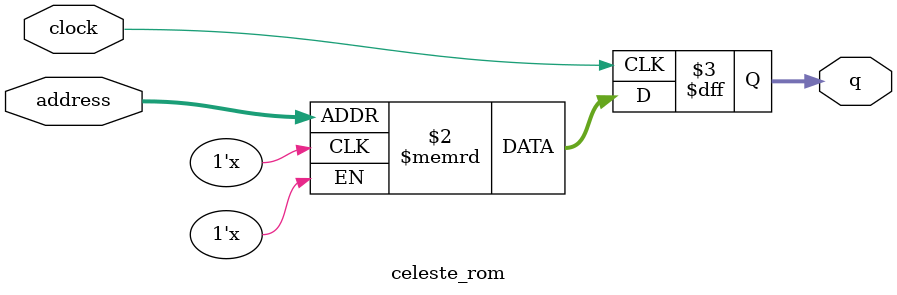
<source format=sv>
module celeste_rom (
	input logic clock,
	input logic [9:0] address,
	output logic [2:0] q
);

logic [2:0] memory [0:1023] /* synthesis ram_init_file = "./celeste/celeste.COE" */;

always_ff @ (posedge clock) begin
	q <= memory[address];
end

endmodule

</source>
